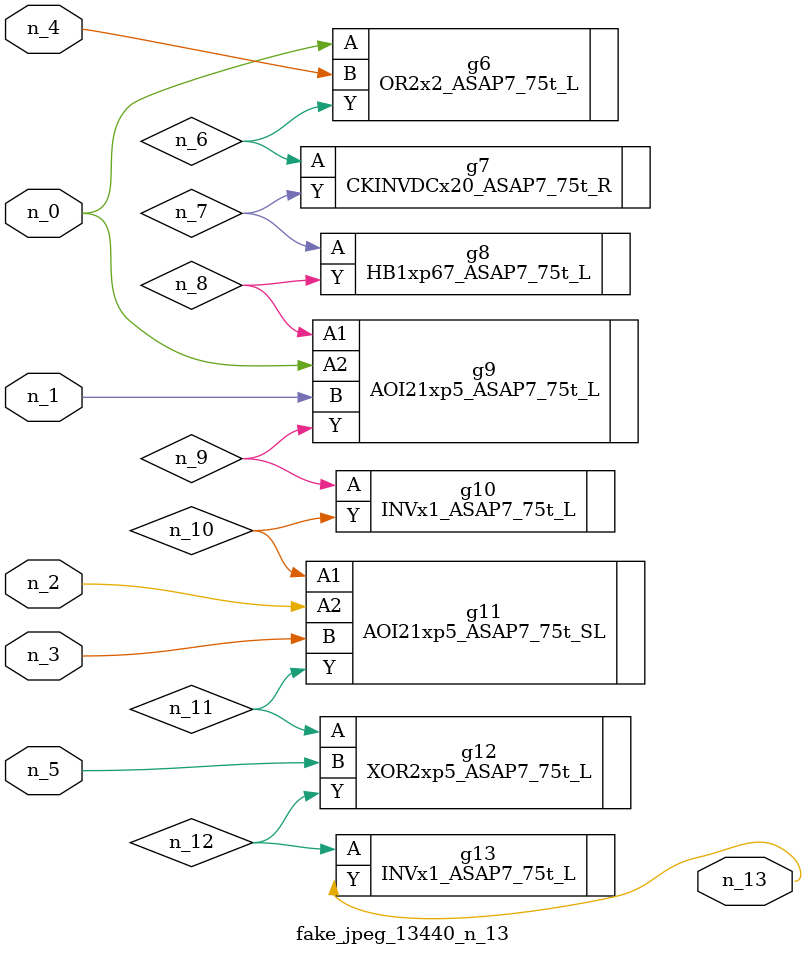
<source format=v>
module fake_jpeg_13440_n_13 (n_3, n_2, n_1, n_0, n_4, n_5, n_13);

input n_3;
input n_2;
input n_1;
input n_0;
input n_4;
input n_5;

output n_13;

wire n_11;
wire n_10;
wire n_12;
wire n_8;
wire n_9;
wire n_6;
wire n_7;

OR2x2_ASAP7_75t_L g6 ( 
.A(n_0),
.B(n_4),
.Y(n_6)
);

CKINVDCx20_ASAP7_75t_R g7 ( 
.A(n_6),
.Y(n_7)
);

HB1xp67_ASAP7_75t_L g8 ( 
.A(n_7),
.Y(n_8)
);

AOI21xp5_ASAP7_75t_L g9 ( 
.A1(n_8),
.A2(n_0),
.B(n_1),
.Y(n_9)
);

INVx1_ASAP7_75t_L g10 ( 
.A(n_9),
.Y(n_10)
);

AOI21xp5_ASAP7_75t_SL g11 ( 
.A1(n_10),
.A2(n_2),
.B(n_3),
.Y(n_11)
);

XOR2xp5_ASAP7_75t_L g12 ( 
.A(n_11),
.B(n_5),
.Y(n_12)
);

INVx1_ASAP7_75t_L g13 ( 
.A(n_12),
.Y(n_13)
);


endmodule
</source>
